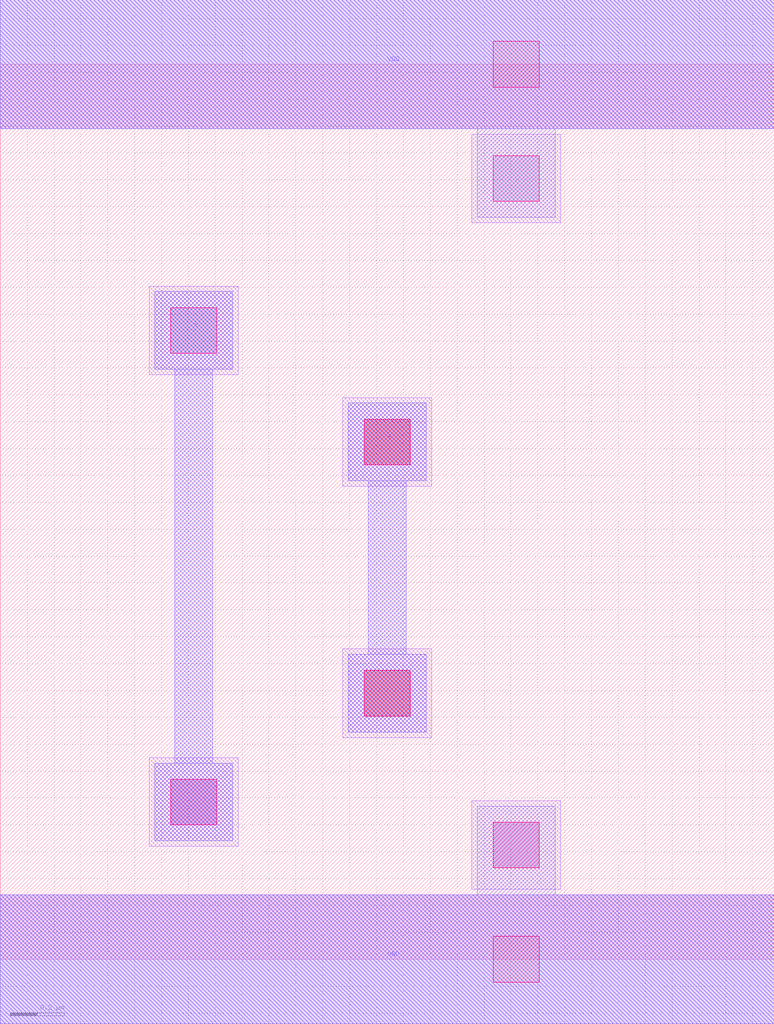
<source format=lef>
MACRO INVX1
 CLASS CORE ;
 FOREIGN INVX1 0 0 ;
 SIZE 2.88 BY 3.33 ;
 ORIGIN 0 0 ;
 SYMMETRY X Y R90 ;
 SITE unit ;
  PIN VDD
   DIRECTION INOUT ;
   USE POWER ;
   SHAPE ABUTMENT ;
    PORT
     CLASS CORE ;
       LAYER li1 ;
        RECT 0.00000000 3.09000000 2.88000000 3.57000000 ;
       LAYER met1 ;
        RECT 0.00000000 3.09000000 2.88000000 3.57000000 ;
    END
  END VDD

  PIN GND
   DIRECTION INOUT ;
   USE POWER ;
   SHAPE ABUTMENT ;
    PORT
     CLASS CORE ;
       LAYER li1 ;
        RECT 0.00000000 -0.24000000 2.88000000 0.24000000 ;
       LAYER met1 ;
        RECT 0.00000000 -0.24000000 2.88000000 0.24000000 ;
    END
  END GND

  PIN Y
   DIRECTION INOUT ;
   USE SIGNAL ;
   SHAPE ABUTMENT ;
    PORT
     CLASS CORE ;
       LAYER met1 ;
        RECT 0.57500000 0.44000000 0.86500000 0.73000000 ;
        RECT 0.65000000 0.73000000 0.79000000 2.19500000 ;
        RECT 0.57500000 2.19500000 0.86500000 2.48500000 ;
    END
  END Y

  PIN A
   DIRECTION INOUT ;
   USE SIGNAL ;
   SHAPE ABUTMENT ;
    PORT
     CLASS CORE ;
       LAYER met1 ;
        RECT 1.29500000 0.84500000 1.58500000 1.13500000 ;
        RECT 1.37000000 1.13500000 1.51000000 1.78000000 ;
        RECT 1.29500000 1.78000000 1.58500000 2.07000000 ;
    END
  END A

 OBS
    LAYER polycont ;
     RECT 1.35500000 0.90500000 1.52500000 1.07500000 ;
     RECT 1.35500000 1.84000000 1.52500000 2.01000000 ;

    LAYER pdiffc ;
     RECT 0.63500000 2.25500000 0.80500000 2.42500000 ;
     RECT 1.83500000 2.82000000 2.00500000 2.99000000 ;

    LAYER ndiffc ;
     RECT 1.83500000 0.34000000 2.00500000 0.51000000 ;
     RECT 0.63500000 0.50000000 0.80500000 0.67000000 ;

    LAYER li1 ;
     RECT 0.00000000 -0.24000000 2.88000000 0.24000000 ;
     RECT 1.75500000 0.26000000 2.08500000 0.59000000 ;
     RECT 0.55500000 0.42000000 0.88500000 0.75000000 ;
     RECT 1.27500000 0.82500000 1.60500000 1.15500000 ;
     RECT 1.27500000 1.76000000 1.60500000 2.09000000 ;
     RECT 0.55500000 2.17500000 0.88500000 2.50500000 ;
     RECT 1.75500000 2.74000000 2.08500000 3.07000000 ;
     RECT 0.00000000 3.09000000 2.88000000 3.57000000 ;

    LAYER viali ;
     RECT 1.83500000 -0.08500000 2.00500000 0.08500000 ;
     RECT 1.83500000 0.34000000 2.00500000 0.51000000 ;
     RECT 0.63500000 0.50000000 0.80500000 0.67000000 ;
     RECT 1.35500000 0.90500000 1.52500000 1.07500000 ;
     RECT 1.35500000 1.84000000 1.52500000 2.01000000 ;
     RECT 0.63500000 2.25500000 0.80500000 2.42500000 ;
     RECT 1.83500000 2.82000000 2.00500000 2.99000000 ;
     RECT 1.83500000 3.24500000 2.00500000 3.41500000 ;

    LAYER met1 ;
     RECT 0.00000000 -0.24000000 2.88000000 0.24000000 ;
     RECT 1.77500000 0.24000000 2.06500000 0.57000000 ;
     RECT 1.29500000 0.84500000 1.58500000 1.13500000 ;
     RECT 1.37000000 1.13500000 1.51000000 1.78000000 ;
     RECT 1.29500000 1.78000000 1.58500000 2.07000000 ;
     RECT 0.57500000 0.44000000 0.86500000 0.73000000 ;
     RECT 0.65000000 0.73000000 0.79000000 2.19500000 ;
     RECT 0.57500000 2.19500000 0.86500000 2.48500000 ;
     RECT 1.77500000 2.76000000 2.06500000 3.09000000 ;
     RECT 0.00000000 3.09000000 2.88000000 3.57000000 ;

 END
END INVX1

</source>
